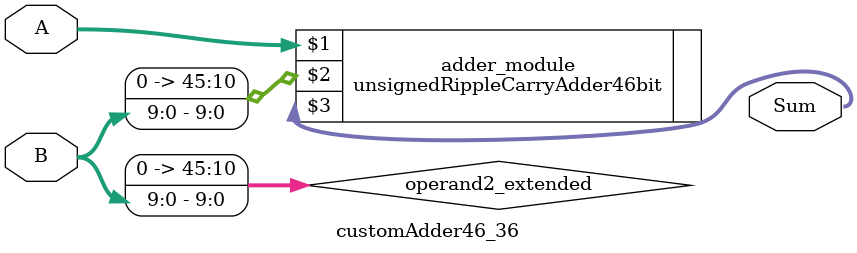
<source format=v>
module customAdder46_36(
                        input [45 : 0] A,
                        input [9 : 0] B,
                        
                        output [46 : 0] Sum
                );

        wire [45 : 0] operand2_extended;
        
        assign operand2_extended =  {36'b0, B};
        
        unsignedRippleCarryAdder46bit adder_module(
            A,
            operand2_extended,
            Sum
        );
        
        endmodule
        
</source>
